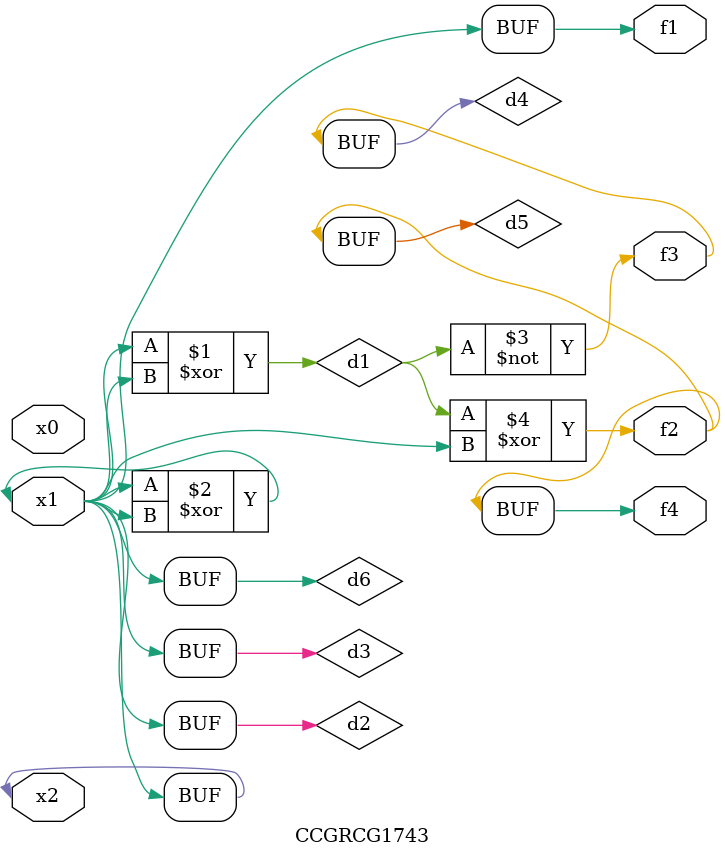
<source format=v>
module CCGRCG1743(
	input x0, x1, x2,
	output f1, f2, f3, f4
);

	wire d1, d2, d3, d4, d5, d6;

	xor (d1, x1, x2);
	buf (d2, x1, x2);
	xor (d3, x1, x2);
	nor (d4, d1);
	xor (d5, d1, d2);
	buf (d6, d2, d3);
	assign f1 = d6;
	assign f2 = d5;
	assign f3 = d4;
	assign f4 = d5;
endmodule

</source>
